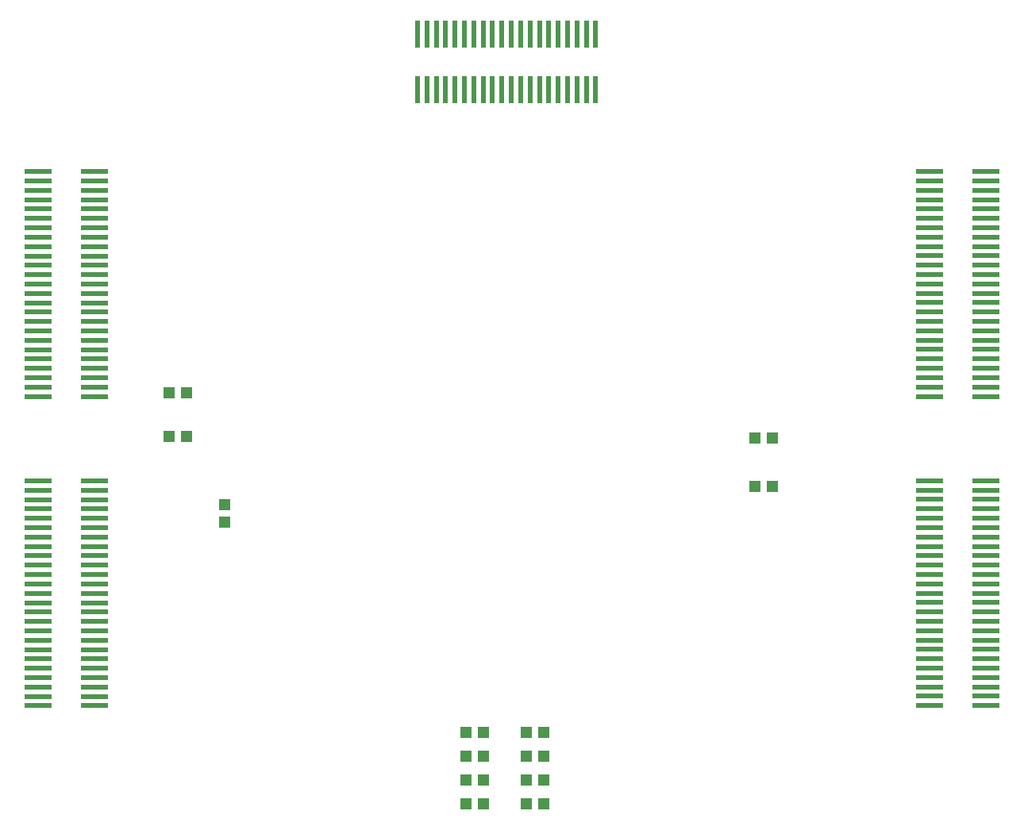
<source format=gbp>
G04 Layer_Color=128*
%FSLAX44Y44*%
%MOMM*%
G71*
G01*
G75*
%ADD10R,1.3000X1.3000*%
%ADD11R,1.3000X1.3000*%
%ADD28R,0.5000X3.0000*%
%ADD29R,3.0000X0.5000*%
D10*
X693000Y635250D02*
D03*
Y616750D02*
D03*
D11*
X1258750Y655000D02*
D03*
X1277250D02*
D03*
X1014750Y392320D02*
D03*
X1033250D02*
D03*
X1014750Y366920D02*
D03*
X1033250D02*
D03*
X1014750Y341520D02*
D03*
X1033250D02*
D03*
X1014750Y316120D02*
D03*
X1033250D02*
D03*
X969250Y392320D02*
D03*
X950750D02*
D03*
X969250Y366920D02*
D03*
X950750D02*
D03*
X969250Y341520D02*
D03*
X950750D02*
D03*
X969250Y316120D02*
D03*
X950750D02*
D03*
X652250Y755250D02*
D03*
X633750D02*
D03*
X652250Y708250D02*
D03*
X633750D02*
D03*
X1258750Y706750D02*
D03*
X1277250D02*
D03*
D28*
X918830Y1138110D02*
D03*
X908830D02*
D03*
X898830D02*
D03*
X988830D02*
D03*
X978830D02*
D03*
X1068830D02*
D03*
X1058830D02*
D03*
X948830D02*
D03*
X938830D02*
D03*
X928830D02*
D03*
X968830D02*
D03*
X958830D02*
D03*
X1028830D02*
D03*
X1018830D02*
D03*
X1008830D02*
D03*
X998830D02*
D03*
X1048830D02*
D03*
X1038830D02*
D03*
X1088830D02*
D03*
X1078830D02*
D03*
Y1078110D02*
D03*
X1088830D02*
D03*
X1038830D02*
D03*
X1048830D02*
D03*
X998830D02*
D03*
X1008830D02*
D03*
X1018830D02*
D03*
X1028830D02*
D03*
X958830D02*
D03*
X968830D02*
D03*
X928830D02*
D03*
X938830D02*
D03*
X948830D02*
D03*
X1058830D02*
D03*
X1068830D02*
D03*
X978830D02*
D03*
X988830D02*
D03*
X898830D02*
D03*
X908830D02*
D03*
X918830D02*
D03*
D29*
X494519Y991051D02*
D03*
Y981051D02*
D03*
Y971051D02*
D03*
Y961051D02*
D03*
Y951051D02*
D03*
Y941051D02*
D03*
Y931051D02*
D03*
Y921051D02*
D03*
Y911051D02*
D03*
Y901051D02*
D03*
Y891051D02*
D03*
Y881051D02*
D03*
Y871051D02*
D03*
Y861051D02*
D03*
Y851051D02*
D03*
Y841051D02*
D03*
Y831051D02*
D03*
Y821051D02*
D03*
Y811051D02*
D03*
Y801051D02*
D03*
Y791051D02*
D03*
Y781051D02*
D03*
Y771051D02*
D03*
Y761051D02*
D03*
Y751051D02*
D03*
X554519Y661059D02*
D03*
X494519D02*
D03*
X554519Y651059D02*
D03*
X494519D02*
D03*
X554519Y641059D02*
D03*
X494519D02*
D03*
X554519Y631059D02*
D03*
X494519D02*
D03*
X554519Y621059D02*
D03*
X494519D02*
D03*
X554519Y611059D02*
D03*
X494519D02*
D03*
X554519Y601059D02*
D03*
X494519D02*
D03*
X554519Y591059D02*
D03*
X494519D02*
D03*
X554519Y581059D02*
D03*
X494519D02*
D03*
X554519Y571059D02*
D03*
X494519D02*
D03*
X554519Y561059D02*
D03*
X494519D02*
D03*
X554519Y551059D02*
D03*
X494519D02*
D03*
X554519Y541059D02*
D03*
X494519D02*
D03*
X554519Y531059D02*
D03*
X494519D02*
D03*
X554519Y521059D02*
D03*
X494519D02*
D03*
X554519Y511059D02*
D03*
X494519D02*
D03*
X554519Y501059D02*
D03*
X494519D02*
D03*
X554519Y491059D02*
D03*
X494519D02*
D03*
X554519Y481059D02*
D03*
X494519D02*
D03*
X554519Y471059D02*
D03*
X494519D02*
D03*
X554519Y461059D02*
D03*
X494519D02*
D03*
X554519Y451060D02*
D03*
X494519D02*
D03*
X554519Y441060D02*
D03*
X494519D02*
D03*
X554519Y431060D02*
D03*
X494519D02*
D03*
X554519Y421060D02*
D03*
X494519D02*
D03*
X1505000Y991195D02*
D03*
X1445000D02*
D03*
X1505000Y981195D02*
D03*
X1445000D02*
D03*
X1505000Y971195D02*
D03*
X1445000D02*
D03*
X1505000Y961195D02*
D03*
X1445000D02*
D03*
X1505000Y951195D02*
D03*
X1445000D02*
D03*
X1505000Y941195D02*
D03*
X1445000D02*
D03*
X1505000Y931195D02*
D03*
X1445000D02*
D03*
X1505000Y921195D02*
D03*
X1445000D02*
D03*
X1505000Y911195D02*
D03*
X1445000D02*
D03*
X1505000Y901195D02*
D03*
X1445000D02*
D03*
X1505000Y891195D02*
D03*
X1445000D02*
D03*
X1505000Y881195D02*
D03*
X1445000D02*
D03*
X1505000Y871195D02*
D03*
X1445000D02*
D03*
X1505000Y861195D02*
D03*
X1445000D02*
D03*
X1505000Y851195D02*
D03*
X1445000D02*
D03*
X1505000Y841195D02*
D03*
X1445000D02*
D03*
X1505000Y831195D02*
D03*
X1445000D02*
D03*
X1505000Y821196D02*
D03*
X1445000D02*
D03*
X1505000Y811196D02*
D03*
X1445000D02*
D03*
X1505000Y801196D02*
D03*
X1445000D02*
D03*
X1505000Y791196D02*
D03*
X1445000D02*
D03*
X1505000Y781196D02*
D03*
X1445000D02*
D03*
X1505000Y771196D02*
D03*
X1445000D02*
D03*
X1505000Y761196D02*
D03*
X1445000D02*
D03*
X1505000Y751196D02*
D03*
X1445000D02*
D03*
X1505000Y661203D02*
D03*
X1445000D02*
D03*
X1505000Y651203D02*
D03*
X1445000D02*
D03*
X1505000Y641203D02*
D03*
X1445000D02*
D03*
X1505000Y631203D02*
D03*
X1445000D02*
D03*
X1505000Y621203D02*
D03*
X1445000D02*
D03*
X1505000Y611203D02*
D03*
X1445000D02*
D03*
X1505000Y601203D02*
D03*
X1445000D02*
D03*
X1505000Y591203D02*
D03*
X1445000D02*
D03*
X1505000Y581204D02*
D03*
X1445000D02*
D03*
X1505000Y571204D02*
D03*
X1445000D02*
D03*
X1505000Y561204D02*
D03*
X1445000D02*
D03*
X1505000Y551204D02*
D03*
X1445000D02*
D03*
X1505000Y541204D02*
D03*
X1445000D02*
D03*
X1505000Y531204D02*
D03*
X1445000D02*
D03*
X1505000Y521204D02*
D03*
X1445000D02*
D03*
X1505000Y511204D02*
D03*
X1445000D02*
D03*
X1505000Y501204D02*
D03*
X1445000D02*
D03*
X1505000Y491204D02*
D03*
X1445000D02*
D03*
X1505000Y481204D02*
D03*
X1445000D02*
D03*
X1505000Y471204D02*
D03*
X1445000D02*
D03*
X1505000Y461204D02*
D03*
X1445000D02*
D03*
X1505000Y451204D02*
D03*
X1445000D02*
D03*
X1505000Y441204D02*
D03*
X1445000D02*
D03*
X1505000Y431204D02*
D03*
X1445000D02*
D03*
X1505000Y421204D02*
D03*
X1445000D02*
D03*
X554519Y991051D02*
D03*
Y981051D02*
D03*
Y971051D02*
D03*
Y961051D02*
D03*
Y951051D02*
D03*
Y941051D02*
D03*
Y931051D02*
D03*
Y921051D02*
D03*
Y911051D02*
D03*
Y901051D02*
D03*
Y891051D02*
D03*
Y881051D02*
D03*
Y871051D02*
D03*
Y861051D02*
D03*
Y851051D02*
D03*
Y841051D02*
D03*
Y831051D02*
D03*
Y821051D02*
D03*
Y811051D02*
D03*
Y801051D02*
D03*
Y791051D02*
D03*
Y781051D02*
D03*
Y771051D02*
D03*
Y761051D02*
D03*
Y751051D02*
D03*
M02*

</source>
